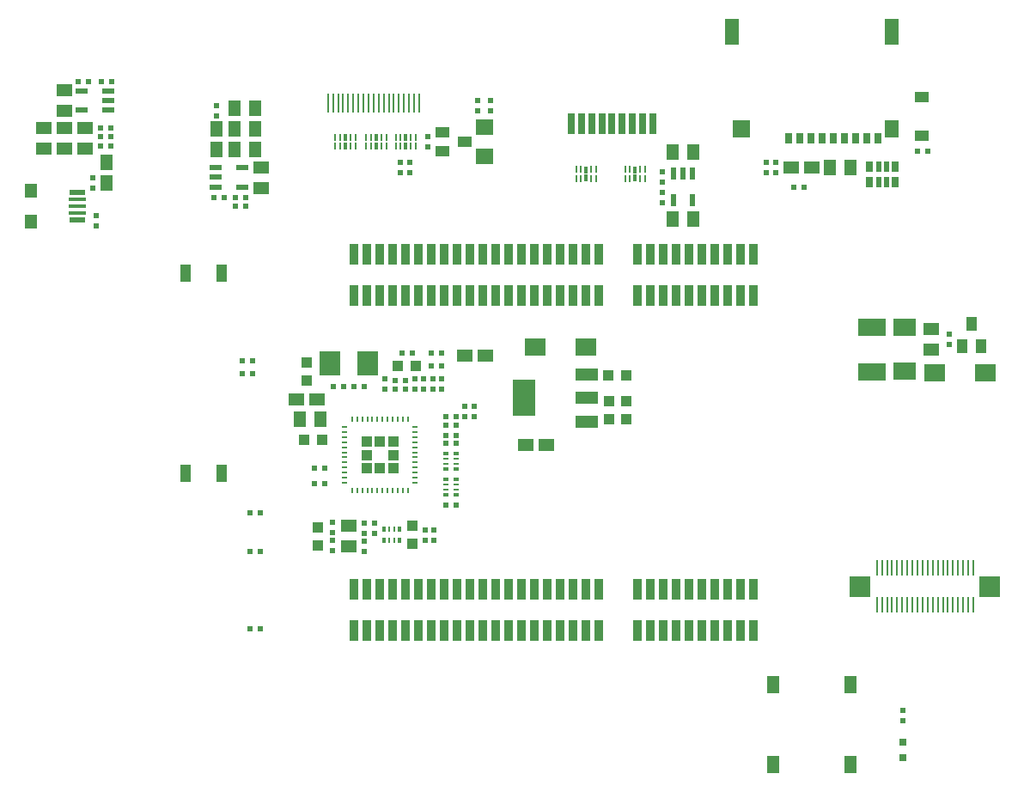
<source format=gbr>
%TF.GenerationSoftware,KiCad,Pcbnew,5.1.6-c6e7f7d~87~ubuntu18.04.1*%
%TF.CreationDate,2021-03-10T15:58:37+02:00*%
%TF.ProjectId,RK3328-SOM-EVB_Rev_A,524b3333-3238-42d5-934f-4d2d4556425f,A*%
%TF.SameCoordinates,Original*%
%TF.FileFunction,Paste,Top*%
%TF.FilePolarity,Positive*%
%FSLAX46Y46*%
G04 Gerber Fmt 4.6, Leading zero omitted, Abs format (unit mm)*
G04 Created by KiCad (PCBNEW 5.1.6-c6e7f7d~87~ubuntu18.04.1) date 2021-03-10 15:58:37*
%MOMM*%
%LPD*%
G01*
G04 APERTURE LIST*
%ADD10R,0.900000X2.000000*%
%ADD11R,0.550000X0.500000*%
%ADD12R,1.524000X1.270000*%
%ADD13R,1.270000X1.524000*%
%ADD14R,0.500000X0.550000*%
%ADD15R,1.400000X1.000000*%
%ADD16R,1.800000X1.600000*%
%ADD17R,0.230000X1.980000*%
%ADD18R,0.200000X0.675000*%
%ADD19R,0.300000X0.775000*%
%ADD20R,1.200000X0.550000*%
%ADD21R,1.254000X1.354000*%
%ADD22R,1.650000X0.500000*%
%ADD23R,1.721120X0.396120*%
%ADD24R,1.016000X1.778000*%
%ADD25R,1.016000X1.016000*%
%ADD26R,2.000000X1.700000*%
%ADD27R,2.286000X1.778000*%
%ADD28R,1.000000X1.400000*%
%ADD29R,2.000000X2.000000*%
%ADD30R,0.230000X1.600000*%
%ADD31R,2.700000X1.800000*%
%ADD32R,0.700000X1.100000*%
%ADD33R,1.400000X1.800000*%
%ADD34R,1.800000X1.800000*%
%ADD35R,1.400000X2.600000*%
%ADD36R,1.270000X1.778000*%
%ADD37R,0.800000X0.800000*%
%ADD38R,2.100000X2.400000*%
%ADD39R,0.605000X0.305000*%
%ADD40R,0.605000X0.230000*%
%ADD41R,0.305000X0.605000*%
%ADD42R,0.230000X0.605000*%
%ADD43R,0.762000X1.016000*%
%ADD44R,0.508000X1.016000*%
%ADD45R,0.550000X1.200000*%
%ADD46R,1.000000X1.000000*%
%ADD47R,0.630000X0.230000*%
%ADD48R,0.230000X0.630000*%
%ADD49R,0.700000X2.000000*%
%ADD50R,2.235200X1.219200*%
%ADD51R,2.200000X3.600000*%
G04 APERTURE END LIST*
D10*
%TO.C,GPIO3*%
X163830000Y-117348000D03*
X163830000Y-113284000D03*
X165100000Y-117348000D03*
X165100000Y-113284000D03*
X166370000Y-117348000D03*
X166370000Y-113284000D03*
X167640000Y-117348000D03*
X167640000Y-113284000D03*
X168910000Y-117348000D03*
X168910000Y-113284000D03*
X170180000Y-117348000D03*
X170180000Y-113284000D03*
X171450000Y-117348000D03*
X171450000Y-113284000D03*
X172720000Y-117348000D03*
X172720000Y-113284000D03*
X173990000Y-117348000D03*
X173990000Y-113284000D03*
X175260000Y-117348000D03*
X175260000Y-113284000D03*
%TD*%
%TO.C,GPIO2*%
X147320000Y-113284000D03*
X147320000Y-117348000D03*
X146050000Y-113284000D03*
X146050000Y-117348000D03*
X144780000Y-113284000D03*
X144780000Y-117348000D03*
X143510000Y-113284000D03*
X143510000Y-117348000D03*
X142240000Y-113284000D03*
X142240000Y-117348000D03*
X140970000Y-113284000D03*
X140970000Y-117348000D03*
X139700000Y-113284000D03*
X139700000Y-117348000D03*
X138430000Y-113284000D03*
X138430000Y-117348000D03*
X137160000Y-113284000D03*
X137160000Y-117348000D03*
X135890000Y-113284000D03*
X135890000Y-117348000D03*
X148590000Y-117348000D03*
X148590000Y-113284000D03*
X149860000Y-117348000D03*
X149860000Y-113284000D03*
X151130000Y-117348000D03*
X151130000Y-113284000D03*
X152400000Y-117348000D03*
X152400000Y-113284000D03*
X153670000Y-117348000D03*
X153670000Y-113284000D03*
X154940000Y-117348000D03*
X154940000Y-113284000D03*
X156210000Y-117348000D03*
X156210000Y-113284000D03*
X157480000Y-117348000D03*
X157480000Y-113284000D03*
X158750000Y-117348000D03*
X158750000Y-113284000D03*
X160020000Y-117348000D03*
X160020000Y-113284000D03*
%TD*%
%TO.C,GPIO1*%
X160020000Y-80264000D03*
X160020000Y-84328000D03*
X158750000Y-80264000D03*
X158750000Y-84328000D03*
X157480000Y-80264000D03*
X157480000Y-84328000D03*
X156210000Y-80264000D03*
X156210000Y-84328000D03*
X154940000Y-80264000D03*
X154940000Y-84328000D03*
X153670000Y-80264000D03*
X153670000Y-84328000D03*
X152400000Y-80264000D03*
X152400000Y-84328000D03*
X151130000Y-80264000D03*
X151130000Y-84328000D03*
X149860000Y-80264000D03*
X149860000Y-84328000D03*
X148590000Y-80264000D03*
X148590000Y-84328000D03*
X135890000Y-84328000D03*
X135890000Y-80264000D03*
X137160000Y-84328000D03*
X137160000Y-80264000D03*
X138430000Y-84328000D03*
X138430000Y-80264000D03*
X139700000Y-84328000D03*
X139700000Y-80264000D03*
X140970000Y-84328000D03*
X140970000Y-80264000D03*
X142240000Y-84328000D03*
X142240000Y-80264000D03*
X143510000Y-84328000D03*
X143510000Y-80264000D03*
X144780000Y-84328000D03*
X144780000Y-80264000D03*
X146050000Y-84328000D03*
X146050000Y-80264000D03*
X147320000Y-84328000D03*
X147320000Y-80264000D03*
%TD*%
%TO.C,GPIO4*%
X175260000Y-80264000D03*
X175260000Y-84328000D03*
X173990000Y-80264000D03*
X173990000Y-84328000D03*
X172720000Y-80264000D03*
X172720000Y-84328000D03*
X171450000Y-80264000D03*
X171450000Y-84328000D03*
X170180000Y-80264000D03*
X170180000Y-84328000D03*
X168910000Y-80264000D03*
X168910000Y-84328000D03*
X167640000Y-80264000D03*
X167640000Y-84328000D03*
X166370000Y-80264000D03*
X166370000Y-84328000D03*
X165100000Y-80264000D03*
X165100000Y-84328000D03*
X163830000Y-80264000D03*
X163830000Y-84328000D03*
%TD*%
D11*
%TO.C,C1*%
X122301000Y-65659000D03*
X122301000Y-66675000D03*
%TD*%
%TO.C,C2*%
X110109000Y-73787000D03*
X110109000Y-72771000D03*
%TD*%
D12*
%TO.C,C3*%
X105283000Y-67818000D03*
X105283000Y-69850000D03*
%TD*%
D13*
%TO.C,C4*%
X126111000Y-69976999D03*
X124079000Y-69976999D03*
%TD*%
D12*
%TO.C,C5*%
X107315000Y-69850000D03*
X107315000Y-67818000D03*
%TD*%
D13*
%TO.C,C6*%
X124079000Y-67944999D03*
X126111000Y-67944999D03*
%TD*%
D12*
%TO.C,C7*%
X109347000Y-67818000D03*
X109347000Y-69850000D03*
%TD*%
D13*
%TO.C,C8*%
X126111000Y-65912999D03*
X124079000Y-65912999D03*
%TD*%
D14*
%TO.C,C9*%
X110871000Y-68707000D03*
X111887000Y-68707000D03*
%TD*%
D12*
%TO.C,C10*%
X107315000Y-64135000D03*
X107315000Y-66167000D03*
%TD*%
%TO.C,C11*%
X126746000Y-73787000D03*
X126746000Y-71755000D03*
%TD*%
D15*
%TO.C,FET1*%
X146771360Y-69212460D03*
X144561560Y-70167500D03*
X144561560Y-68265040D03*
%TD*%
D16*
%TO.C,FUSE1*%
X148717000Y-70615000D03*
X148717000Y-67815000D03*
%TD*%
D17*
%TO.C,HDMI1*%
X133295000Y-65440000D03*
X133795000Y-65440000D03*
X134295000Y-65440000D03*
X134795000Y-65440000D03*
X135295000Y-65440000D03*
X135795000Y-65440000D03*
X136295000Y-65440000D03*
X136795000Y-65440000D03*
X137295000Y-65440000D03*
X137795000Y-65440000D03*
X138295000Y-65440000D03*
X138795000Y-65440000D03*
X139295000Y-65440000D03*
X139795000Y-65440000D03*
X140295000Y-65440000D03*
X140795000Y-65440000D03*
X141295000Y-65440000D03*
X141795000Y-65440000D03*
X142295000Y-65440000D03*
%TD*%
D13*
%TO.C,L1*%
X111506000Y-71247000D03*
X111506000Y-73279000D03*
%TD*%
%TO.C,L2*%
X122301000Y-67945000D03*
X122301000Y-69977000D03*
%TD*%
D11*
%TO.C,R1*%
X143129000Y-69723000D03*
X143129000Y-68707000D03*
%TD*%
%TO.C,R2*%
X140462000Y-71247000D03*
X140462000Y-72263000D03*
%TD*%
%TO.C,R3*%
X141351000Y-72263000D03*
X141351000Y-71247000D03*
%TD*%
%TO.C,R4*%
X148082000Y-66167000D03*
X148082000Y-65151000D03*
%TD*%
%TO.C,R5*%
X149352000Y-65151000D03*
X149352000Y-66167000D03*
%TD*%
%TO.C,R6*%
X110490000Y-76454000D03*
X110490000Y-77470000D03*
%TD*%
D14*
%TO.C,R7*%
X111887000Y-69596000D03*
X110871000Y-69596000D03*
%TD*%
%TO.C,R8*%
X111887000Y-67818000D03*
X110871000Y-67818000D03*
%TD*%
%TO.C,R9*%
X112014000Y-63246000D03*
X110998000Y-63246000D03*
%TD*%
%TO.C,R10*%
X123063000Y-74676000D03*
X122047000Y-74676000D03*
%TD*%
%TO.C,R11*%
X109728000Y-63246000D03*
X108712000Y-63246000D03*
%TD*%
%TO.C,R12*%
X125222000Y-74676000D03*
X124206000Y-74676000D03*
%TD*%
%TO.C,R13*%
X124206000Y-75565000D03*
X125222000Y-75565000D03*
%TD*%
D18*
%TO.C,U1*%
X134001000Y-68777500D03*
X134501000Y-68777500D03*
D19*
X135001000Y-68827500D03*
D18*
X135501000Y-68777500D03*
X136001000Y-68777500D03*
X136001000Y-69652500D03*
X135501000Y-69652500D03*
D19*
X135001000Y-69602500D03*
D18*
X134501000Y-69652500D03*
X134001000Y-69652500D03*
%TD*%
%TO.C,U2*%
X137049000Y-69652500D03*
X137549000Y-69652500D03*
D19*
X138049000Y-69602500D03*
D18*
X138549000Y-69652500D03*
X139049000Y-69652500D03*
X139049000Y-68777500D03*
X138549000Y-68777500D03*
D19*
X138049000Y-68827500D03*
D18*
X137549000Y-68777500D03*
X137049000Y-68777500D03*
%TD*%
%TO.C,U3*%
X139970000Y-68777500D03*
X140470000Y-68777500D03*
D19*
X140970000Y-68827500D03*
D18*
X141470000Y-68777500D03*
X141970000Y-68777500D03*
X141970000Y-69652500D03*
X141470000Y-69652500D03*
D19*
X140970000Y-69602500D03*
D18*
X140470000Y-69652500D03*
X139970000Y-69652500D03*
%TD*%
D20*
%TO.C,U4*%
X109063000Y-64201000D03*
X109063000Y-66101000D03*
X111663000Y-64201000D03*
X111663000Y-65151000D03*
X111663000Y-66101000D03*
%TD*%
%TO.C,U5*%
X122251000Y-71758998D03*
X122251000Y-72708998D03*
X122251000Y-73658998D03*
X124851000Y-71758998D03*
X124851000Y-73658998D03*
%TD*%
D21*
%TO.C,USB-OTG1*%
X104010000Y-77065000D03*
X104010000Y-74065000D03*
D22*
X108560000Y-76952500D03*
D23*
X108560000Y-76215000D03*
X108560000Y-75565000D03*
X108560000Y-74915000D03*
D22*
X108560000Y-74177500D03*
%TD*%
D13*
%TO.C,C12*%
X167259001Y-70231000D03*
X169291001Y-70231000D03*
%TD*%
%TO.C,C13*%
X169291001Y-76835000D03*
X167259001Y-76835000D03*
%TD*%
D14*
%TO.C,C14*%
X124841000Y-92075000D03*
X125857000Y-92075000D03*
%TD*%
%TO.C,C15*%
X125857000Y-90805000D03*
X124841000Y-90805000D03*
%TD*%
D24*
%TO.C,C16*%
X119253000Y-82169000D03*
X122809000Y-82169000D03*
%TD*%
D14*
%TO.C,C17*%
X131953000Y-102870000D03*
X132969000Y-102870000D03*
%TD*%
%TO.C,C18*%
X131953000Y-101346000D03*
X132969000Y-101346000D03*
%TD*%
D12*
%TO.C,C19*%
X135382000Y-107061000D03*
X135382000Y-109093000D03*
%TD*%
D11*
%TO.C,C20*%
X141859000Y-93599000D03*
X141859000Y-92583000D03*
%TD*%
D25*
%TO.C,C21*%
X132334000Y-108966000D03*
X132334000Y-107188000D03*
%TD*%
%TO.C,C22*%
X141605000Y-107061000D03*
X141605000Y-108839000D03*
%TD*%
D14*
%TO.C,C23*%
X145923000Y-98933001D03*
X144907000Y-98933001D03*
%TD*%
D25*
%TO.C,C24*%
X140208000Y-91313000D03*
X141986000Y-91313000D03*
%TD*%
D13*
%TO.C,C25*%
X130556000Y-96520000D03*
X132588000Y-96520000D03*
%TD*%
D25*
%TO.C,C26*%
X132715000Y-98552000D03*
X130937000Y-98552000D03*
%TD*%
D11*
%TO.C,C27*%
X138938000Y-92583000D03*
X138938000Y-93599000D03*
%TD*%
D14*
%TO.C,C28*%
X144907000Y-96266000D03*
X145923000Y-96266000D03*
%TD*%
D11*
%TO.C,C29*%
X137922000Y-106807001D03*
X137922000Y-107823001D03*
%TD*%
D14*
%TO.C,C30*%
X144906999Y-105029000D03*
X145922999Y-105029000D03*
%TD*%
D11*
%TO.C,C31*%
X142748000Y-93599000D03*
X142748000Y-92583000D03*
%TD*%
D14*
%TO.C,C32*%
X133858000Y-93345000D03*
X134874000Y-93345000D03*
%TD*%
%TO.C,C33*%
X135890000Y-93345000D03*
X136906000Y-93345000D03*
%TD*%
D25*
%TO.C,C34*%
X162687000Y-92202000D03*
X160909000Y-92202000D03*
%TD*%
%TO.C,C35*%
X161036000Y-96520000D03*
X161036000Y-94742000D03*
%TD*%
D24*
%TO.C,C36*%
X119253000Y-101854000D03*
X122809000Y-101854000D03*
%TD*%
D13*
%TO.C,C38*%
X184785000Y-71755000D03*
X182753000Y-71755000D03*
%TD*%
D12*
%TO.C,C39*%
X192786000Y-87629999D03*
X192786000Y-89661999D03*
%TD*%
D26*
%TO.C,D1*%
X153710000Y-89408000D03*
X158710000Y-89408000D03*
%TD*%
D15*
%TO.C,D2*%
X191834699Y-64823401D03*
X191834699Y-68623401D03*
%TD*%
D27*
%TO.C,D3*%
X190119000Y-91839000D03*
X190119000Y-87485000D03*
%TD*%
D26*
%TO.C,D4*%
X198079999Y-91948000D03*
X193079999Y-91948000D03*
%TD*%
D28*
%TO.C,FET2*%
X196720461Y-87162640D03*
X197675501Y-89372440D03*
X195773041Y-89372440D03*
%TD*%
D29*
%TO.C,Flash_Con1*%
X198551000Y-113030000D03*
X185751000Y-113030000D03*
D30*
X191901000Y-111230000D03*
X193401000Y-114830000D03*
X196401000Y-114830000D03*
X195401000Y-114830000D03*
X193901000Y-114830000D03*
X187401000Y-114830000D03*
X190401000Y-111230000D03*
X191401000Y-114830000D03*
X192401000Y-111230000D03*
X196901000Y-114830000D03*
X194901000Y-114830000D03*
X189401000Y-111230000D03*
X188901000Y-111230000D03*
X187901000Y-111230000D03*
X190401000Y-114830000D03*
X193901000Y-111230000D03*
X188901000Y-114830000D03*
X192401000Y-114830000D03*
X194401000Y-114830000D03*
X193401000Y-111230000D03*
X194401000Y-111230000D03*
X188401000Y-111230000D03*
X187401000Y-111230000D03*
X188401000Y-114830000D03*
X189901000Y-111230000D03*
X195901000Y-114830000D03*
X195401000Y-111230000D03*
X192901000Y-111230000D03*
X187901000Y-114830000D03*
X195901000Y-111230000D03*
X196401000Y-111230000D03*
X194901000Y-111230000D03*
X192901000Y-114830000D03*
X189901000Y-114830000D03*
X191401000Y-111230000D03*
X191901000Y-114830000D03*
X190901000Y-114830000D03*
X189401000Y-114830000D03*
X190901000Y-111230000D03*
X196901000Y-111230000D03*
%TD*%
D31*
%TO.C,FUSE2*%
X186944000Y-87461999D03*
X186944000Y-91861999D03*
%TD*%
D12*
%TO.C,L3*%
X130175000Y-94615000D03*
X132207000Y-94615000D03*
%TD*%
%TO.C,L4*%
X146812000Y-90297000D03*
X148844000Y-90297000D03*
%TD*%
%TO.C,L5*%
X154813000Y-99060000D03*
X152781000Y-99060000D03*
%TD*%
%TO.C,L6*%
X178943000Y-71755000D03*
X180975000Y-71755000D03*
%TD*%
D32*
%TO.C,MICRO_SD1*%
X178725000Y-68845000D03*
X179825000Y-68845000D03*
X180925000Y-68845000D03*
X182025000Y-68845000D03*
X183125000Y-68845000D03*
X184225000Y-68845000D03*
X185325000Y-68845000D03*
X186425000Y-68845000D03*
X187525000Y-68845000D03*
D33*
X188825000Y-67965000D03*
D34*
X174025000Y-67965000D03*
D35*
X173125000Y-58365000D03*
X188825000Y-58365000D03*
%TD*%
D36*
%TO.C,PWR1*%
X184785000Y-122682000D03*
X184785000Y-130556000D03*
%TD*%
D37*
%TO.C,PWRLED1*%
X189992000Y-128397000D03*
X189992000Y-129921000D03*
%TD*%
D38*
%TO.C,Q1*%
X133532000Y-91059000D03*
X137232000Y-91059000D03*
%TD*%
D11*
%TO.C,R14*%
X166243000Y-73152000D03*
X166243000Y-72136000D03*
%TD*%
%TO.C,R15*%
X166243000Y-74168000D03*
X166243000Y-75184000D03*
%TD*%
%TO.C,R16*%
X144526000Y-92583000D03*
X144526000Y-93599000D03*
%TD*%
%TO.C,R17*%
X147701000Y-95250000D03*
X147701000Y-96266000D03*
%TD*%
%TO.C,R18*%
X145923000Y-98171000D03*
X145923000Y-97155000D03*
%TD*%
%TO.C,R19*%
X144907000Y-97155000D03*
X144907000Y-98171000D03*
%TD*%
%TO.C,R20*%
X142875000Y-108458000D03*
X142875000Y-107442000D03*
%TD*%
%TO.C,R21*%
X143764000Y-108458000D03*
X143764000Y-107442000D03*
%TD*%
%TO.C,R22*%
X146812000Y-95250000D03*
X146812000Y-96266000D03*
%TD*%
D14*
%TO.C,R23*%
X140970000Y-92710000D03*
X139954000Y-92710000D03*
%TD*%
%TO.C,R24*%
X139954000Y-93599000D03*
X140970000Y-93599000D03*
%TD*%
D11*
%TO.C,R25*%
X136906000Y-106807000D03*
X136906000Y-107823000D03*
%TD*%
%TO.C,R26*%
X136906000Y-108585000D03*
X136906000Y-109601000D03*
%TD*%
%TO.C,R27*%
X133731000Y-106680000D03*
X133731000Y-107696000D03*
%TD*%
%TO.C,R28*%
X133731000Y-108458000D03*
X133731000Y-109474000D03*
%TD*%
D14*
%TO.C,R29*%
X140589000Y-90043000D03*
X141605000Y-90043000D03*
%TD*%
%TO.C,R30*%
X144525999Y-91313000D03*
X143509999Y-91313000D03*
%TD*%
%TO.C,R31*%
X143510000Y-90043000D03*
X144526000Y-90043000D03*
%TD*%
D25*
%TO.C,R32*%
X131191000Y-92710000D03*
X131191000Y-90932000D03*
%TD*%
D11*
%TO.C,R33*%
X143637000Y-92583000D03*
X143637000Y-93599000D03*
%TD*%
D25*
%TO.C,R34*%
X162686999Y-96520000D03*
X162686999Y-94742000D03*
%TD*%
D14*
%TO.C,R35*%
X125603000Y-105791000D03*
X126619000Y-105791000D03*
%TD*%
%TO.C,R36*%
X126619000Y-117221000D03*
X125603000Y-117221000D03*
%TD*%
%TO.C,R37*%
X191389000Y-70104000D03*
X192405000Y-70104000D03*
%TD*%
D11*
%TO.C,R38*%
X176530000Y-72263000D03*
X176530000Y-71247000D03*
%TD*%
%TO.C,R39*%
X177419000Y-71247000D03*
X177419000Y-72263000D03*
%TD*%
D14*
%TO.C,R40*%
X180213000Y-73660000D03*
X179197000Y-73660000D03*
%TD*%
D11*
%TO.C,R41*%
X194563999Y-88138000D03*
X194563999Y-89154000D03*
%TD*%
%TO.C,R42*%
X189992000Y-126238000D03*
X189992000Y-125222000D03*
%TD*%
D39*
%TO.C,RM1*%
X145927500Y-104041000D03*
X144902500Y-104041000D03*
D40*
X145927500Y-103501000D03*
X144902500Y-103501000D03*
X145927500Y-103001000D03*
X144902500Y-103001000D03*
D39*
X145927500Y-102461000D03*
X144902500Y-102461000D03*
%TD*%
%TO.C,RM2*%
X145927499Y-101501000D03*
X144902499Y-101501000D03*
D40*
X145927499Y-100961000D03*
X144902499Y-100961000D03*
X145927499Y-100461000D03*
X144902499Y-100461000D03*
D39*
X145927499Y-99921000D03*
X144902499Y-99921000D03*
%TD*%
D41*
%TO.C,RM3*%
X140363000Y-107437500D03*
X140363000Y-108462500D03*
D42*
X139823000Y-107437500D03*
X139823000Y-108462500D03*
X139323000Y-107437500D03*
X139323000Y-108462500D03*
D41*
X138783000Y-107437500D03*
X138783000Y-108462500D03*
%TD*%
D43*
%TO.C,RM4*%
X186690000Y-71628000D03*
X186690000Y-73152000D03*
X189230000Y-71628000D03*
X189230000Y-73152000D03*
D44*
X187579000Y-71628000D03*
X188341000Y-71628000D03*
X187579000Y-73152000D03*
X188341000Y-73152000D03*
%TD*%
D36*
%TO.C,RST1*%
X177165000Y-130556000D03*
X177165000Y-122682000D03*
%TD*%
D18*
%TO.C,U6*%
X159750000Y-71952500D03*
X159250000Y-71952500D03*
D19*
X158750000Y-72002500D03*
D18*
X158250000Y-71952500D03*
X157750000Y-71952500D03*
X157750000Y-72827500D03*
X158250000Y-72827500D03*
D19*
X158750000Y-72777500D03*
D18*
X159250000Y-72827500D03*
X159750000Y-72827500D03*
%TD*%
%TO.C,U7*%
X162576000Y-71952500D03*
X163076000Y-71952500D03*
D19*
X163576000Y-72002500D03*
D18*
X164076000Y-71952500D03*
X164576000Y-71952500D03*
X164576000Y-72827500D03*
X164076000Y-72827500D03*
D19*
X163576000Y-72777500D03*
D18*
X163076000Y-72827500D03*
X162576000Y-72827500D03*
%TD*%
D45*
%TO.C,U8*%
X167325001Y-74960000D03*
X169225001Y-74960000D03*
X167325001Y-72360000D03*
X168275001Y-72360000D03*
X169225001Y-72360000D03*
%TD*%
D46*
%TO.C,U9*%
X137134600Y-98780600D03*
X138430000Y-98780600D03*
X137134600Y-100076000D03*
X137134600Y-101371400D03*
X138430000Y-101371400D03*
X139725400Y-101371400D03*
X139725400Y-100076000D03*
D47*
X134955000Y-97326000D03*
X134955000Y-97826000D03*
X134955000Y-98326000D03*
X134955000Y-98826000D03*
X134955000Y-99326000D03*
X134955000Y-99826000D03*
X134955000Y-100326000D03*
X134955000Y-100826000D03*
X134955000Y-101326000D03*
X134955000Y-101826000D03*
X134955000Y-102326000D03*
X134955000Y-102826000D03*
D48*
X135680000Y-103551000D03*
X136180000Y-103551000D03*
X136680000Y-103551000D03*
X137180000Y-103551000D03*
X137680000Y-103551000D03*
X138180000Y-103551000D03*
X138680000Y-103551000D03*
X139180000Y-103551000D03*
X139680000Y-103551000D03*
X140180000Y-103551000D03*
X140680000Y-103551000D03*
X141180000Y-103551000D03*
D47*
X141905000Y-102826000D03*
X141905000Y-102326000D03*
X141905000Y-101826000D03*
X141905000Y-101326000D03*
X141905000Y-100826000D03*
X141905000Y-100326000D03*
X141905000Y-99826000D03*
X141905000Y-99326000D03*
X141905000Y-98826000D03*
X141905000Y-98326000D03*
X141905000Y-97826000D03*
X141905000Y-97326000D03*
D48*
X141180000Y-96601000D03*
X140680000Y-96601000D03*
X140180000Y-96601000D03*
X139680000Y-96601000D03*
X139180000Y-96601000D03*
X138680000Y-96601000D03*
X138180000Y-96601000D03*
X137680000Y-96601000D03*
X137180000Y-96601000D03*
X136680000Y-96601000D03*
X136180000Y-96601000D03*
X135680000Y-96601000D03*
D46*
X139725400Y-98780600D03*
%TD*%
D49*
%TO.C,USB3.0_TYPE-A1*%
X160290000Y-67410000D03*
X164290000Y-67410000D03*
X158290000Y-67410000D03*
X159290000Y-67410000D03*
X161290000Y-67410000D03*
X163290000Y-67410000D03*
X165290000Y-67410000D03*
X162290000Y-67410000D03*
X157290000Y-67410000D03*
%TD*%
D50*
%TO.C,VR1*%
X158784800Y-96795201D03*
X158784800Y-94483801D03*
X158784800Y-92172401D03*
D51*
X152587000Y-94483801D03*
%TD*%
D14*
%TO.C,C37*%
X125603000Y-109601000D03*
X126619000Y-109601000D03*
%TD*%
M02*

</source>
